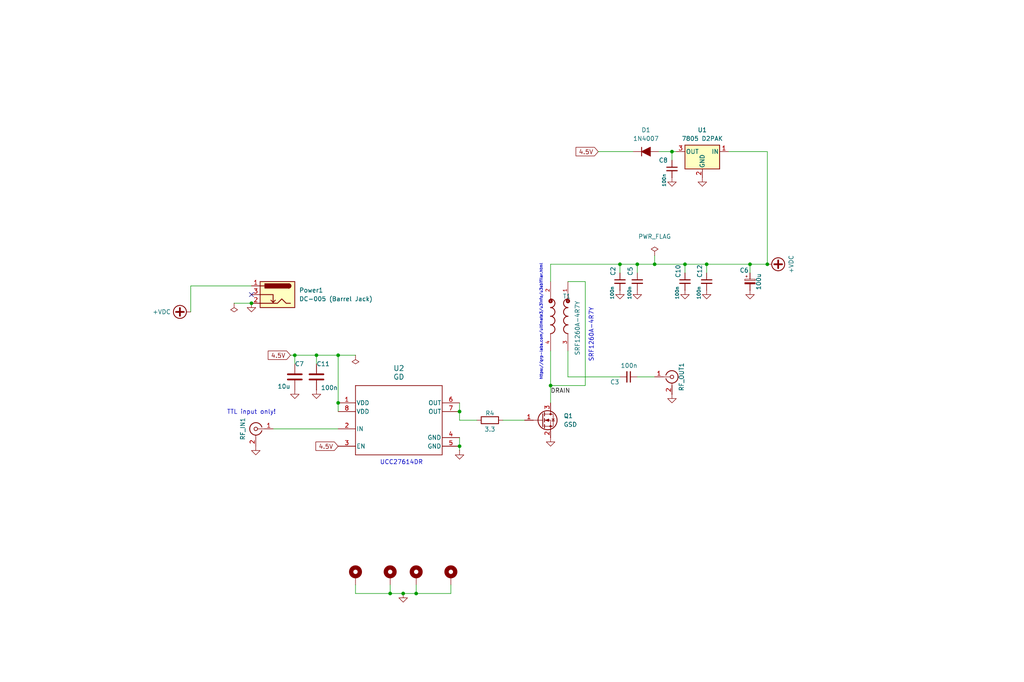
<source format=kicad_sch>
(kicad_sch (version 20250114) (generator "eeschema") (generator_version "9.0")
  (paper "User" 299.999 200)
  (title_block (title "GSD Single-Ended Hack Amp (SMD)") (date "2025-03-20") (rev "v1.01") (company "Author: Dhiru Kholia (VU3CER), Rafał Rozestwiński, Brad (K1TE)"))
  (lib_symbols
    (symbol "2025-01-15_05-21-49:UCC27614DR" (pin_names (offset 0.254))
      (property "Reference" "U2" (at 17.78 10.16 0))
      (property "Value" "UCC27614DR" (at 17.78 7.62 0))
      (symbol "UCC27614DR_0_1"
        (polyline (pts (xy 5.08 5.08) (xy 5.08 -15.24)) (stroke (width 0.2032)))
        (polyline (pts (xy 5.08 -15.24) (xy 30.48 -15.24)) (stroke (width 0.2032)))
        (polyline (pts (xy 30.48 5.08) (xy 5.08 5.08)) (stroke (width 0.2032)))
        (polyline (pts (xy 30.48 -15.24) (xy 30.48 5.08)) (stroke (width 0.2032)))
        (pin power_in line (at 0 0 0) (length 5.08) (name "VDD") (number "1"))
        (pin power_in line (at 0 -2.54 0) (length 5.08) (name "VDD") (number "8"))
        (pin input line (at 0 -7.62 0) (length 5.08) (name "IN") (number "2"))
        (pin input line (at 0 -12.7 0) (length 5.08) (name "EN") (number "3"))
        (pin power_in line (at 35.56 -10.16 180) (length 5.08) (name "GND") (number "4"))
        (pin power_in line (at 35.56 -12.7 180) (length 5.08) (name "GND") (number "5"))
      )
      (symbol "UCC27614DR_1_1"
        (pin passive line (at 35.56 0 180) (length 5.08) (name "OUT") (number "6"))
        (pin passive line (at 35.56 -2.54 180) (length 5.08) (name "OUT") (number "7"))
      )
    )
    (symbol "Conn_Coaxial_1" (pin_names (offset 1.016) (hide yes))
      (property "Reference" "J" (at 0.254 3.048 0))
      (property "Value" "Conn_Coaxial" (at 2.921 0 90))
      (symbol "Conn_Coaxial_1_0_1"
        (polyline (pts (xy -2.54 0) (xy -0.508 0)))
        (arc (start 1.778 0) (mid 0.222 -1.8079) (end -1.778 -0.508) (stroke (width 0.254)))
        (arc (start -1.778 0.508) (mid 0.2221 1.8084) (end 1.778 0) (stroke (width 0.254)))
        (circle (center 0 0) (radius 0.508) (stroke (width 0.2032)))
        (polyline (pts (xy 0 -2.54) (xy 0 -1.778)))
      )
      (symbol "Conn_Coaxial_1_1_1"
        (pin passive line (at -5.08 0 0) (length 2.54) (name "In") (number "1"))
        (pin passive line (at 0 -5.08 90) (length 2.54) (name "Ext") (number "2"))
      )
    )
    (symbol "Connector:Barrel_Jack_Switch" (pin_names (hide yes))
      (property "Reference" "J" (at 0 5.334 0))
      (property "Value" "Barrel_Jack_Switch" (at 0 -5.08 0))
      (symbol "Barrel_Jack_Switch_0_1"
        (rectangle (start -5.08 3.81) (end 5.08 -3.81) (stroke (width 0.254)) (fill (type background)))
        (polyline (pts (xy -3.81 -2.54) (xy -2.54 -2.54) (xy -1.27 -1.27) (xy 0 -2.54) (xy 2.54 -2.54) (xy 5.08 -2.54)) (stroke (width 0.254)))
        (arc (start -3.302 1.905) (mid -3.9343 2.54) (end -3.302 3.175) (stroke (width 0.254)))
        (arc (start -3.302 1.905) (mid -3.9343 2.54) (end -3.302 3.175) (stroke (width 0.254)) (fill (type outline)))
        (polyline (pts (xy 1.27 -2.286) (xy 1.905 -1.651)) (stroke (width 0.254)))
        (rectangle (start 3.683 3.175) (end -3.302 1.905) (stroke (width 0.254)) (fill (type outline)))
        (polyline (pts (xy 5.08 2.54) (xy 3.81 2.54)) (stroke (width 0.254)))
        (polyline (pts (xy 5.08 0) (xy 1.27 0) (xy 1.27 -2.286) (xy 0.635 -1.651)) (stroke (width 0.254)))
      )
      (symbol "Barrel_Jack_Switch_1_1"
        (pin passive line (at 7.62 2.54 180) (length 2.54) (name "~") (number "1"))
        (pin passive line (at 7.62 0 180) (length 2.54) (name "~") (number "3"))
        (pin passive line (at 7.62 -2.54 180) (length 2.54) (name "~") (number "2"))
      )
    )
    (symbol "Connector:Conn_Coaxial" (pin_names (offset 1.016) (hide yes))
      (property "Reference" "J" (at 0.254 3.048 0))
      (property "Value" "Conn_Coaxial" (at 2.921 0 90))
      (symbol "Conn_Coaxial_0_1"
        (polyline (pts (xy -2.54 0) (xy -0.508 0)))
        (arc (start 1.778 0) (mid 0.222 -1.8079) (end -1.778 -0.508) (stroke (width 0.254)))
        (arc (start -1.778 0.508) (mid 0.2221 1.8084) (end 1.778 0) (stroke (width 0.254)))
        (circle (center 0 0) (radius 0.508) (stroke (width 0.2032)))
        (polyline (pts (xy 0 -2.54) (xy 0 -1.778)))
      )
      (symbol "Conn_Coaxial_1_1"
        (pin passive line (at -5.08 0 0) (length 2.54) (name "In") (number "1"))
        (pin passive line (at 0 -5.08 90) (length 2.54) (name "Ext") (number "2"))
      )
    )
    (symbol "Device:C" (pin_numbers (hide yes)) (pin_names (offset 0.254))
      (property "Reference" "C" (at 0.635 2.54 0))
      (property "Value" "C" (at 0.635 -2.54 0))
      (symbol "C_0_1"
        (polyline (pts (xy -2.032 0.762) (xy 2.032 0.762)) (stroke (width 0.508)))
        (polyline (pts (xy -2.032 -0.762) (xy 2.032 -0.762)) (stroke (width 0.508)))
      )
      (symbol "C_1_1"
        (pin passive line (at 0 3.81 270) (length 2.794) (name "~") (number "1"))
        (pin passive line (at 0 -3.81 90) (length 2.794) (name "~") (number "2"))
      )
    )
    (symbol "Device:C_Polarized_Small" (pin_numbers (hide yes)) (pin_names (offset 0.254) (hide yes))
      (property "Reference" "C" (at 0.254 1.778 0))
      (property "Value" "C_Polarized_Small" (at 0.254 -2.032 0))
      (symbol "C_Polarized_Small_0_1"
        (rectangle (start -1.524 0.6858) (end 1.524 0.3048))
        (rectangle (start -1.524 -0.3048) (end 1.524 -0.6858) (fill (type outline)))
        (polyline (pts (xy -1.27 1.524) (xy -0.762 1.524)))
        (polyline (pts (xy -1.016 1.27) (xy -1.016 1.778)))
      )
      (symbol "C_Polarized_Small_1_1"
        (pin passive line (at 0 2.54 270) (length 1.8542) (name "~") (number "1"))
        (pin passive line (at 0 -2.54 90) (length 1.8542) (name "~") (number "2"))
      )
    )
    (symbol "Device:C_Small" (pin_numbers (hide yes)) (pin_names (offset 0.254) (hide yes))
      (property "Reference" "C" (at 0.254 1.778 0))
      (property "Value" "C_Small" (at 0.254 -2.032 0))
      (symbol "C_Small_0_1"
        (polyline (pts (xy -1.524 0.508) (xy 1.524 0.508)) (stroke (width 0.3048)))
        (polyline (pts (xy -1.524 -0.508) (xy 1.524 -0.508)) (stroke (width 0.3302)))
      )
      (symbol "C_Small_1_1"
        (pin passive line (at 0 2.54 270) (length 2.032) (name "~") (number "1"))
        (pin passive line (at 0 -2.54 90) (length 2.032) (name "~") (number "2"))
      )
    )
    (symbol "Device:R" (pin_numbers (hide yes)) (pin_names (offset 0))
      (property "Reference" "R" (at 2.032 0 90))
      (property "Value" "R" (at 0 0 90))
      (symbol "R_0_1"
        (rectangle (start -1.016 -2.54) (end 1.016 2.54) (stroke (width 0.254)))
      )
      (symbol "R_1_1"
        (pin passive line (at 0 3.81 270) (length 1.27) (name "~") (number "1"))
        (pin passive line (at 0 -3.81 90) (length 1.27) (name "~") (number "2"))
      )
    )
    (symbol "Mechanical:MountingHole_Pad" (pin_numbers (hide yes)) (pin_names (offset 1.016) (hide yes))
      (property "Reference" "H" (at 0 6.35 0))
      (property "Value" "MountingHole_Pad" (at 0 4.445 0))
      (symbol "MountingHole_Pad_0_1"
        (circle (center 0 1.27) (radius 1.27) (stroke (width 1.27)))
      )
      (symbol "MountingHole_Pad_1_1"
        (pin input line (at 0 -2.54 90) (length 2.54) (name "1") (number "1"))
      )
    )
    (symbol "PCM_Diode_AKL:1N4007" (pin_numbers (hide yes)) (pin_names (offset 1.016) (hide yes))
      (property "Reference" "D" (at 0 5.08 0))
      (property "Value" "1N4007" (at 0 2.54 0))
      (symbol "1N4007_0_1"
        (polyline (pts (xy -1.27 1.27) (xy -1.27 -1.27) (xy 1.27 0) (xy -1.27 1.27)) (stroke (width 0.254)) (fill (type outline)))
        (polyline (pts (xy -1.27 0) (xy 1.27 0)))
        (polyline (pts (xy 1.27 1.27) (xy 1.27 -1.27)) (stroke (width 0.254)))
      )
      (symbol "1N4007_0_2"
        (polyline (pts (xy -2.54 -2.54) (xy 2.54 2.54)))
        (polyline (pts (xy -0.889 -0.889) (xy -1.778 0) (xy 0.889 0.889) (xy 0 -1.778) (xy -0.889 -0.889)) (stroke (width 0.254)) (fill (type outline)))
        (polyline (pts (xy 0 1.778) (xy 1.778 0)) (stroke (width 0.254)))
      )
      (symbol "1N4007_1_1"
        (pin passive line (at -3.81 0 0) (length 2.54) (name "A") (number "2"))
        (pin passive line (at 3.81 0 180) (length 2.54) (name "K") (number "1"))
      )
      (symbol "1N4007_1_2"
        (pin passive line (at -2.54 -2.54 0) (length 0) (name "A") (number "2"))
        (pin passive line (at 2.54 2.54 180) (length 0) (name "K") (number "1"))
      )
    )
    (symbol "Regulator_Linear:L7812" (pin_names (offset 0.254))
      (property "Reference" "U" (at -3.81 3.175 0))
      (property "Value" "L7812" (at 0 3.175 0))
      (symbol "L7812_0_1"
        (rectangle (start -5.08 1.905) (end 5.08 -5.08) (stroke (width 0.254)) (fill (type background)))
      )
      (symbol "L7812_1_1"
        (pin power_in line (at -7.62 0 0) (length 2.54) (name "IN") (number "1"))
        (pin power_in line (at 0 -7.62 90) (length 2.54) (name "GND") (number "2"))
        (pin power_out line (at 7.62 0 180) (length 2.54) (name "OUT") (number "3"))
      )
    )
    (symbol "SRF1260A-4R7Y:SRF1260A-4R7Y" (pin_names (offset 1.016))
      (property "Reference" "L" (at -7.631 5.0873 0))
      (property "Value" "SRF1260A-4R7Y" (at -7.6349 -7.6349 0))
      (symbol "SRF1260A-4R7Y_0_0"
        (circle (center -4.445 2.54) (radius 0.127) (stroke (width 0.508)))
        (circle (center -4.445 -2.54) (radius 0.127) (stroke (width 0.508)))
        (arc (start -2.54 2.54) (mid -3.81 1.2755) (end -5.08 2.54) (stroke (width 0.254)))
        (arc (start -5.08 -2.54) (mid -3.81 -1.2755) (end -2.54 -2.54) (stroke (width 0.254)))
        (arc (start 0 2.54) (mid -1.27 1.2755) (end -2.54 2.54) (stroke (width 0.254)))
        (arc (start -2.54 -2.54) (mid -1.27 -1.2755) (end 0 -2.54) (stroke (width 0.254)))
        (arc (start 2.54 2.54) (mid 1.27 1.2755) (end 0 2.54) (stroke (width 0.254)))
        (arc (start 0 -2.54) (mid 1.27 -1.2755) (end 2.54 -2.54) (stroke (width 0.254)))
        (arc (start 5.08 2.54) (mid 3.81 1.2755) (end 2.54 2.54) (stroke (width 0.254)))
        (arc (start 2.54 -2.54) (mid 3.81 -1.2755) (end 5.08 -2.54) (stroke (width 0.254)))
        (pin passive line (at -10.16 2.54 0) (length 5.08) (name "~") (number "1"))
        (pin passive line (at -10.16 -2.54 0) (length 5.08) (name "~") (number "2"))
        (pin passive line (at 10.16 2.54 180) (length 5.08) (name "~") (number "3"))
        (pin passive line (at 10.16 -2.54 180) (length 5.08) (name "~") (number "4"))
      )
    )
    (symbol "Transistor_FET:Q_NMOS_GSD" (pin_names (offset 0) (hide yes))
      (property "Reference" "Q" (at 5.08 1.905 0))
      (property "Value" "Q_NMOS_GSD" (at 5.08 0 0))
      (symbol "Q_NMOS_GSD_0_1"
        (polyline (pts (xy 0.254 1.905) (xy 0.254 -1.905)) (stroke (width 0.254)))
        (polyline (pts (xy 0.254 0) (xy -2.54 0)))
        (polyline (pts (xy 0.762 2.286) (xy 0.762 1.27)) (stroke (width 0.254)))
        (polyline (pts (xy 0.762 0.508) (xy 0.762 -0.508)) (stroke (width 0.254)))
        (polyline (pts (xy 0.762 -1.27) (xy 0.762 -2.286)) (stroke (width 0.254)))
        (polyline (pts (xy 0.762 -1.778) (xy 3.302 -1.778) (xy 3.302 1.778) (xy 0.762 1.778)))
        (polyline (pts (xy 1.016 0) (xy 2.032 0.381) (xy 2.032 -0.381) (xy 1.016 0)) (fill (type outline)))
        (circle (center 1.651 0) (radius 2.794) (stroke (width 0.254)))
        (polyline (pts (xy 2.54 2.54) (xy 2.54 1.778)))
        (circle (center 2.54 1.778) (radius 0.254) (fill (type outline)))
        (circle (center 2.54 -1.778) (radius 0.254) (fill (type outline)))
        (polyline (pts (xy 2.54 -2.54) (xy 2.54 0) (xy 0.762 0)))
        (polyline (pts (xy 2.921 0.381) (xy 3.683 0.381)))
        (polyline (pts (xy 3.302 0.381) (xy 2.921 -0.254) (xy 3.683 -0.254) (xy 3.302 0.381)))
      )
      (symbol "Q_NMOS_GSD_1_1"
        (pin input line (at -5.08 0 0) (length 2.54) (name "G") (number "1"))
        (pin passive line (at 2.54 5.08 270) (length 2.54) (name "D") (number "3"))
        (pin passive line (at 2.54 -5.08 90) (length 2.54) (name "S") (number "2"))
      )
    )
    (symbol "power:+VDC" (power) (pin_numbers (hide yes)) (pin_names (offset 0) (hide yes))
      (property "Value" "+VDC" (at 0 6.35 0))
      (symbol "+VDC_0_1"
        (polyline (pts (xy -1.143 3.175) (xy 1.143 3.175)) (stroke (width 0.508)))
        (circle (center 0 3.175) (radius 1.905) (stroke (width 0.254)))
        (polyline (pts (xy 0 2.032) (xy 0 4.318)) (stroke (width 0.508)))
        (polyline (pts (xy 0 0) (xy 0 1.27)))
      )
      (symbol "+VDC_1_1"
        (pin power_in line (at 0 0 90) (length 0) (name "~") (number "1"))
      )
    )
    (symbol "power:GND" (power) (pin_numbers (hide yes)) (pin_names (offset 0) (hide yes))
      (property "Value" "GND" (at 0 -3.81 0))
      (symbol "GND_0_1"
        (polyline (pts (xy 0 0) (xy 0 -1.27) (xy 1.27 -1.27) (xy 0 -2.54) (xy -1.27 -1.27) (xy 0 -1.27)))
      )
      (symbol "GND_1_1"
        (pin power_in line (at 0 0 270) (length 0) (name "~") (number "1"))
      )
    )
    (symbol "power:PWR_FLAG" (power) (pin_numbers (hide yes)) (pin_names (offset 0) (hide yes))
      (property "Value" "PWR_FLAG" (at 0 3.81 0))
      (symbol "PWR_FLAG_0_0"
        (pin power_out line (at 0 0 90) (length 0) (name "~") (number "1"))
      )
      (symbol "PWR_FLAG_0_1"
        (polyline (pts (xy 0 0) (xy 0 1.27) (xy -1.016 1.905) (xy 0 2.54) (xy 1.016 1.905) (xy 0 1.27)))
      )
    )
  )
  (text "https://qrp-labs.com/ultimate3/u3info/u3sbifilar.html" (at 159.004 111.506 90) (effects (font (size 0.8 0.8)) (justify left bottom)))
  (text "SRF1260A-4R7Y" (at 173.99 106.172 90) (effects (font (size 1.27 1.27)) (justify left bottom)))
  (text "TTL input only!" (at 73.66 120.904 0) (effects (font (size 1.27 1.27))))
  (text "UCC27614DR" (at 117.602 135.636 0) (effects (font (size 1.27 1.27))))
  (junction (at 92.71 104.14))
  (junction (at 99.06 104.14))
  (junction (at 200.66 77.47))
  (junction (at 73.66 88.9))
  (junction (at 134.62 120.65))
  (junction (at 186.69 77.47))
  (junction (at 114.3 173.99))
  (junction (at 134.62 130.81))
  (junction (at 121.92 173.99))
  (junction (at 181.61 77.47))
  (junction (at 99.06 118.11))
  (junction (at 161.29 113.03))
  (junction (at 219.71 77.47))
  (junction (at 118.11 173.99))
  (junction (at 191.77 77.47))
  (junction (at 207.01 77.47))
  (junction (at 196.85 44.45))
  (junction (at 86.36 104.14))
  (junction (at 224.79 77.47))
  (no_connect (at 73.66 86.36))
  (wire (pts (xy 186.69 77.47) (xy 191.77 77.47)))
  (wire (pts (xy 175.26 44.45) (xy 185.42 44.45)))
  (wire (pts (xy 132.08 173.99) (xy 132.08 171.45)))
  (wire (pts (xy 86.36 104.14) (xy 92.71 104.14)))
  (wire (pts (xy 92.71 104.14) (xy 92.71 106.68)))
  (wire (pts (xy 166.37 102.87) (xy 166.37 110.49)))
  (wire (pts (xy 181.61 77.47) (xy 186.69 77.47)))
  (wire (pts (xy 55.88 83.82) (xy 55.88 91.44)))
  (wire (pts (xy 224.79 44.45) (xy 224.79 77.47)))
  (wire (pts (xy 86.36 104.14) (xy 86.36 106.68)))
  (wire (pts (xy 55.88 83.82) (xy 73.66 83.82)))
  (wire (pts (xy 186.69 110.49) (xy 191.77 110.49)))
  (wire (pts (xy 200.66 77.47) (xy 200.66 80.01)))
  (wire (pts (xy 85.09 104.14) (xy 86.36 104.14)))
  (wire (pts (xy 80.01 125.73) (xy 99.06 125.73)))
  (wire (pts (xy 99.06 104.14) (xy 99.06 118.11)))
  (wire (pts (xy 104.14 173.99) (xy 114.3 173.99)))
  (wire (pts (xy 193.04 44.45) (xy 196.85 44.45)))
  (wire (pts (xy 134.62 130.81) (xy 134.62 132.08)))
  (wire (pts (xy 219.71 77.47) (xy 219.71 80.01)))
  (wire (pts (xy 191.77 77.47) (xy 200.66 77.47)))
  (wire (pts (xy 186.69 77.47) (xy 186.69 80.01)))
  (wire (pts (xy 166.37 110.49) (xy 181.61 110.49)))
  (wire (pts (xy 114.3 171.45) (xy 114.3 173.99)))
  (wire (pts (xy 207.01 77.47) (xy 219.71 77.47)))
  (wire (pts (xy 166.37 82.55) (xy 171.45 82.55)))
  (wire (pts (xy 134.62 123.19) (xy 134.62 120.65)))
  (wire (pts (xy 196.85 44.45) (xy 198.12 44.45)))
  (wire (pts (xy 161.29 102.87) (xy 161.29 113.03)))
  (wire (pts (xy 104.14 171.45) (xy 104.14 173.99)))
  (wire (pts (xy 161.29 113.03) (xy 171.45 113.03)))
  (wire (pts (xy 207.01 77.47) (xy 207.01 80.01)))
  (wire (pts (xy 134.62 123.19) (xy 139.7 123.19)))
  (wire (pts (xy 92.71 104.14) (xy 99.06 104.14)))
  (wire (pts (xy 161.29 113.03) (xy 161.29 118.11)))
  (wire (pts (xy 68.58 88.9) (xy 73.66 88.9)))
  (wire (pts (xy 196.85 44.45) (xy 196.85 46.99)))
  (wire (pts (xy 118.11 173.99) (xy 121.92 173.99)))
  (wire (pts (xy 121.92 173.99) (xy 132.08 173.99)))
  (wire (pts (xy 191.77 74.93) (xy 191.77 77.47)))
  (wire (pts (xy 161.29 77.47) (xy 181.61 77.47)))
  (wire (pts (xy 134.62 128.27) (xy 134.62 130.81)))
  (wire (pts (xy 134.62 118.11) (xy 134.62 120.65)))
  (wire (pts (xy 181.61 77.47) (xy 181.61 80.01)))
  (wire (pts (xy 147.32 123.19) (xy 153.67 123.19)))
  (wire (pts (xy 219.71 77.47) (xy 224.79 77.47)))
  (wire (pts (xy 99.06 118.11) (xy 99.06 120.65)))
  (wire (pts (xy 114.3 173.99) (xy 118.11 173.99)))
  (wire (pts (xy 200.66 77.47) (xy 207.01 77.47)))
  (wire (pts (xy 161.29 82.55) (xy 161.29 77.47)))
  (wire (pts (xy 171.45 82.55) (xy 171.45 113.03)))
  (wire (pts (xy 213.36 44.45) (xy 224.79 44.45)))
  (wire (pts (xy 99.06 104.14) (xy 104.14 104.14)))
  (wire (pts (xy 121.92 171.45) (xy 121.92 173.99)))
  (label "DRAIN" (at 161.29 115.57 0))
  (global_label "4.5V" (shape input) (at 99.06 130.81 180) (property "Intersheetrefs" "${INTERSHEET_REFS}" (effects (hide yes))))
  (global_label "4.5V" (shape input) (at 85.09 104.14 180) (property "Intersheetrefs" "${INTERSHEET_REFS}" (effects (hide yes))))
  (global_label "4.5V" (shape input) (at 175.26 44.45 180) (property "Intersheetrefs" "${INTERSHEET_REFS}" (effects (hide yes))))
  (symbol (lib_id "power:+VDC") (at 55.88 91.44 90) (unit 1)
    (property "Reference" "#PWR0110" (effects (hide yes)))
    (property "Value" "+VDC" (at 50.0634 91.44 90) (effects (justify left)))
    (property "Description" "Power symbol creates a global label with name \"+VDC\"" (effects (hide yes)))
  )
  (symbol (lib_id "power:GND") (at 186.69 85.09 0) (unit 1)
    (property "Reference" "#PWR012" (effects (hide yes)))
    (property "Value" "GND" (effects (hide yes)))
  )
  (symbol (lib_id "Device:R") (at 143.51 123.19 90) (unit 1)
    (property "Reference" "R4" (at 143.51 121.158 90))
    (property "Value" "3.3" (at 143.51 125.857 90))
    (property "Footprint" "Resistor_SMD:R_1206_3216Metric_Pad1.30x1.75mm_HandSolder" (effects (hide yes)))
    (property "LCSC Part" "C17900" (effects (hide yes)))
  )
  (symbol (lib_id "power:PWR_FLAG") (at 104.14 104.14 180) (unit 1)
    (property "Reference" "#FLG04" (effects (hide yes)))
    (property "Value" "PWR_FLAG" (effects (hide yes)))
    (property "Description" "Special symbol for telling ERC where power comes from" (effects (hide yes)))
  )
  (symbol (lib_id "power:GND") (at 181.61 85.09 0) (unit 1)
    (property "Reference" "#PWR05" (effects (hide yes)))
    (property "Value" "GND" (effects (hide yes)))
  )
  (symbol (lib_id "power:+VDC") (at 224.79 77.47 270) (unit 1)
    (property "Reference" "#PWR018" (effects (hide yes)))
    (property "Value" "+VDC" (at 231.775 77.47 0))
    (property "Description" "Power symbol creates a global label with name \"+VDC\"" (effects (hide yes)))
  )
  (symbol (lib_id "Device:C_Small") (at 181.61 82.55 0) (unit 1)
    (property "Reference" "C2" (at 179.578 79.502 90))
    (property "Value" "100n" (at 179.324 85.852 90) (effects (font (size 0.9906 0.9906))))
    (property "Footprint" "Capacitor_SMD:C_1206_3216Metric_Pad1.33x1.80mm_HandSolder" (effects (hide yes)))
    (property "LCSC Part" "C24783" (effects (hide yes)))
  )
  (symbol (lib_id "power:GND") (at 207.01 85.09 0) (unit 1)
    (property "Reference" "#PWR017" (effects (hide yes)))
    (property "Value" "GND" (effects (hide yes)))
  )
  (symbol (lib_id "power:GND") (at 196.85 52.07 0) (unit 1)
    (property "Reference" "#PWR07" (effects (hide yes)))
    (property "Value" "GND" (effects (hide yes)))
    (property "Description" "Power symbol creates a global label with name \"GND\" , ground" (effects (hide yes)))
  )
  (symbol (lib_id "Regulator_Linear:L7812") (at 205.74 44.45 0) (mirror y) (unit 1)
    (property "Reference" "U1" (at 205.74 38.1 0))
    (property "Value" "7805 D2PAK" (at 205.74 40.64 0))
    (property "Footprint" "footprints:TO-263-2-bigger" (effects (hide yes)))
    (property "Datasheet" "http://www.st.com/content/ccc/resource/technical/document/datasheet/41/4f/b3/b0/12/d4/47/88/CD00000444.pdf/files/CD00000444.pdf/jcr:content/translations/en.CD00000444.pdf" (effects (hide yes)))
    (property "Description" "Positive 1.5A 35V Linear Regulator, Fixed Output 12V, TO-220/TO-263/TO-252" (effects (hide yes)))
    (property "LCSC Part" "C54614" (effects (hide yes)))
  )
  (symbol (lib_id "power:GND") (at 196.85 115.57 0) (mirror y) (unit 1)
    (property "Reference" "#PWR04" (effects (hide yes)))
    (property "Value" "GND" (effects (hide yes)))
    (property "Description" "Power symbol creates a global label with name \"GND\" , ground" (effects (hide yes)))
  )
  (symbol (lib_id "power:GND") (at 73.66 88.9 0) (unit 1)
    (property "Reference" "#PWR019" (effects (hide yes)))
    (property "Value" "GND" (effects (hide yes)))
    (property "Description" "Power symbol creates a global label with name \"GND\" , ground" (effects (hide yes)))
  )
  (symbol (lib_name "Conn_Coaxial_1") (lib_id "Connector:Conn_Coaxial") (at 196.85 110.49 0) (unit 1)
    (property "Reference" "RF_OUT1" (at 199.644 110.49 90))
    (property "Value" "SMA" (effects (hide yes)))
    (property "Footprint" "Connector_Coaxial:SMA_Samtec_SMA-J-P-H-ST-EM1_EdgeMount" (effects (hide yes)))
    (property "Description" "coaxial connector (BNC, SMA, SMB, SMC, Cinch/RCA, LEMO, ...)" (effects (hide yes)))
  )
  (symbol (lib_id "power:GND") (at 134.62 132.08 0) (unit 1)
    (property "Reference" "#PWR023" (effects (hide yes)))
    (property "Value" "GND" (effects (hide yes)))
    (property "Description" "Power symbol creates a global label with name \"GND\" , ground" (effects (hide yes)))
  )
  (symbol (lib_id "Device:C") (at 92.71 110.49 0) (unit 1)
    (property "Reference" "C11" (at 92.71 106.68 0) (effects (justify left)))
    (property "Value" "100n" (at 93.98 113.665 0) (effects (justify left)))
    (property "Footprint" "Capacitor_SMD:C_1206_3216Metric_Pad1.33x1.80mm_HandSolder" (effects (hide yes)))
    (property "LCSC Part" "C13585" (effects (hide yes)))
  )
  (symbol (lib_id "power:GND") (at 74.93 130.81 0) (unit 1)
    (property "Reference" "#PWR08" (effects (hide yes)))
    (property "Value" "GND" (effects (hide yes)))
    (property "Description" "Power symbol creates a global label with name \"GND\" , ground" (effects (hide yes)))
  )
  (symbol (lib_id "Connector:Conn_Coaxial") (at 74.93 125.73 0) (mirror y) (unit 1)
    (property "Reference" "RF_IN1" (at 71.12 125.73 90))
    (property "Value" "SMA" (effects (hide yes)))
    (property "Footprint" "Connector_Coaxial:SMA_Samtec_SMA-J-P-H-ST-EM1_EdgeMount" (effects (hide yes)))
    (property "Description" "coaxial connector (BNC, SMA, SMB, SMC, Cinch/RCA, LEMO, ...)" (effects (hide yes)))
  )
  (symbol (lib_id "power:GND") (at 86.36 114.3 0) (unit 1)
    (property "Reference" "#PWR020" (effects (hide yes)))
    (property "Value" "GND" (effects (hide yes)))
    (property "Description" "Power symbol creates a global label with name \"GND\" , ground" (effects (hide yes)))
  )
  (symbol (lib_id "Transistor_FET:Q_NMOS_GSD") (at 158.75 123.19 0) (unit 1)
    (property "Reference" "Q1" (at 165.1 121.9199 0) (effects (justify left)))
    (property "Value" "GSD" (at 165.1 124.4599 0) (effects (justify left)))
    (property "Footprint" "footprints:TO-220-3_Horizontal_TabDown" (effects (hide yes)))
    (property "Description" "N-MOSFET transistor, gate/source/drain" (effects (hide yes)))
  )
  (symbol (lib_id "Mechanical:MountingHole_Pad") (at 121.92 168.91 0) (unit 1)
    (property "Reference" "H3" (effects (hide yes)))
    (property "Value" "MountingHole_Pad" (effects (hide yes)))
    (property "Footprint" "MountingHole:MountingHole_3.2mm_M3_Pad_Via" (effects (hide yes)))
  )
  (symbol (lib_id "2025-01-15_05-21-49:UCC27614DR") (at 99.06 118.11 0) (unit 1)
    (property "Reference" "U2" (at 116.84 107.95 0) (effects (font (size 1.524 1.524))))
    (property "Value" "GD" (at 116.84 110.49 0) (effects (font (size 1.524 1.524))))
    (property "Footprint" "Package_SO:SOIC-8_3.9x4.9mm_P1.27mm" (effects (hide yes)))
    (property "Datasheet" "UCC27614DR" (effects (hide yes)))
  )
  (symbol (lib_id "Device:C_Polarized_Small") (at 219.71 82.55 0) (unit 1)
    (property "Reference" "C6" (at 216.662 79.248 0) (effects (justify left)))
    (property "Value" "100u" (at 222.25 85.09 90) (effects (justify left)))
    (property "Footprint" "Capacitor_THT:CP_Radial_D8.0mm_P5.00mm" (effects (hide yes)))
  )
  (symbol (lib_id "Mechanical:MountingHole_Pad") (at 114.3 168.91 0) (unit 1)
    (property "Reference" "H2" (effects (hide yes)))
    (property "Value" "MountingHole_Pad" (effects (hide yes)))
    (property "Footprint" "MountingHole:MountingHole_3.2mm_M3_Pad_Via" (effects (hide yes)))
  )
  (symbol (lib_id "power:PWR_FLAG") (at 191.77 74.93 0) (unit 1)
    (property "Reference" "#FLG01" (effects (hide yes)))
    (property "Value" "PWR_FLAG" (at 191.77 69.342 0))
  )
  (symbol (lib_id "Device:C_Small") (at 184.15 110.49 270) (unit 1)
    (property "Reference" "C3" (at 180.086 112.014 90))
    (property "Value" "100n" (at 184.277 107.188 90))
    (property "Footprint" "Capacitor_SMD:C_1206_3216Metric_Pad1.33x1.80mm_HandSolder" (effects (hide yes)))
    (property "LCSC Part" "C110255" (effects (hide yes)))
  )
  (symbol (lib_id "power:GND") (at 92.71 114.3 0) (unit 1)
    (property "Reference" "#PWR022" (effects (hide yes)))
    (property "Value" "GND" (effects (hide yes)))
    (property "Description" "Power symbol creates a global label with name \"GND\" , ground" (effects (hide yes)))
  )
  (symbol (lib_id "power:GND") (at 200.66 85.09 0) (unit 1)
    (property "Reference" "#PWR014" (effects (hide yes)))
    (property "Value" "GND" (effects (hide yes)))
  )
  (symbol (lib_id "SRF1260A-4R7Y:SRF1260A-4R7Y") (at 163.83 92.71 270) (unit 1)
    (property "Reference" "T1" (at 164.846 86.868 90) (effects (justify left)))
    (property "Value" "SRF1260A-4R7Y" (at 169.164 88.138 0) (effects (justify left)))
    (property "Footprint" "footprints:IND_SRF1260A-4R7Y-Longer-Pads" (effects (hide yes)))
    (property "MF" "Bourns" (effects (hide yes)))
    (property "MOUSER-PURCHASE-URL" "https://snapeda.com/shop?store=Mouser&id=1533338" (effects (hide yes)))
    (property "DESCRIPTION" "Shielded 2 Coil Inductor Array 27.2µH Inductance - Connected in Series 6.8µH Inductance - Connected in Parallel 18.6mOhm Max DC Resistance (DCR) - Parallel 6.64A Nonstandard" (effects (hide yes)))
    (property "PACKAGE" "Nonstandard Bourns" (effects (hide yes)))
    (property "PRICE" "None" (effects (hide yes)))
    (property "MP" "SRF1260A-6R8Y" (effects (hide yes)))
    (property "AVAILABILITY" "Warning" (effects (hide yes)))
    (property "LCSC Part" "C3273481" (effects (hide yes)))
  )
  (symbol (lib_id "power:GND") (at 118.11 173.99 0) (unit 1)
    (property "Reference" "#PWR01" (effects (hide yes)))
    (property "Value" "GND" (effects (hide yes)))
    (property "Description" "Power symbol creates a global label with name \"GND\" , ground" (effects (hide yes)))
  )
  (symbol (lib_id "power:PWR_FLAG") (at 68.58 88.9 180) (unit 1)
    (property "Reference" "#FLG03" (effects (hide yes)))
    (property "Value" "PWR_FLAG" (effects (hide yes)))
    (property "Description" "Special symbol for telling ERC where power comes from" (effects (hide yes)))
  )
  (symbol (lib_id "power:GND") (at 161.29 128.27 0) (unit 1)
    (property "Reference" "#PWR015" (effects (hide yes)))
    (property "Value" "GND" (effects (hide yes)))
    (property "Description" "Power symbol creates a global label with name \"GND\" , ground" (effects (hide yes)))
  )
  (symbol (lib_id "power:GND") (at 219.71 85.09 0) (unit 1)
    (property "Reference" "#PWR013" (effects (hide yes)))
    (property "Value" "GND" (effects (hide yes)))
  )
  (symbol (lib_id "Device:C") (at 86.36 110.49 0) (unit 1)
    (property "Reference" "C7" (at 86.36 106.68 0) (effects (justify left)))
    (property "Value" "10u" (at 81.28 113.284 0) (effects (justify left)))
    (property "Footprint" "Capacitor_SMD:C_1206_3216Metric_Pad1.33x1.80mm_HandSolder" (effects (hide yes)))
    (property "LCSC Part" "C110255" (effects (hide yes)))
  )
  (symbol (lib_id "Mechanical:MountingHole_Pad") (at 132.08 168.91 0) (mirror y) (unit 1)
    (property "Reference" "H4" (effects (hide yes)))
    (property "Value" "MountingHole_Pad" (effects (hide yes)))
    (property "Footprint" "MountingHole:MountingHole_3.2mm_M3_Pad_Via" (effects (hide yes)))
  )
  (symbol (lib_id "Connector:Barrel_Jack_Switch") (at 81.28 86.36 0) (mirror y) (unit 1)
    (property "Reference" "Power1" (at 87.63 85.0899 0) (effects (justify right)))
    (property "Value" "DC-005 (Barrel Jack)" (at 87.63 87.6299 0) (effects (justify right)))
    (property "Footprint" "footprints:XKB_DC-005-5A-2.0_Modded" (effects (hide yes)))
  )
  (symbol (lib_id "power:GND") (at 205.74 52.07 0) (unit 1)
    (property "Reference" "#PWR06" (effects (hide yes)))
    (property "Value" "GND" (effects (hide yes)))
    (property "Description" "Power symbol creates a global label with name \"GND\" , ground" (effects (hide yes)))
  )
  (symbol (lib_id "Device:C_Small") (at 196.85 49.53 0) (unit 1)
    (property "Reference" "C8" (at 194.31 46.99 0))
    (property "Value" "100n" (at 194.564 52.832 90) (effects (font (size 0.9906 0.9906))))
    (property "Footprint" "Capacitor_SMD:C_1206_3216Metric_Pad1.33x1.80mm_HandSolder" (effects (hide yes)))
    (property "LCSC Part" "C110255" (effects (hide yes)))
  )
  (symbol (lib_id "Device:C_Small") (at 186.69 82.55 0) (unit 1)
    (property "Reference" "C5" (at 184.658 79.502 90))
    (property "Value" "100n" (at 184.404 85.852 90) (effects (font (size 0.9906 0.9906))))
    (property "Footprint" "Capacitor_SMD:C_1206_3216Metric_Pad1.33x1.80mm_HandSolder" (effects (hide yes)))
    (property "LCSC Part" "C55077" (effects (hide yes)))
  )
  (symbol (lib_id "Device:C_Small") (at 207.01 82.55 0) (unit 1)
    (property "Reference" "C12" (at 204.978 79.502 90))
    (property "Value" "100n" (at 204.724 85.852 90) (effects (font (size 0.9906 0.9906))))
    (property "Footprint" "Capacitor_SMD:C_1206_3216Metric_Pad1.33x1.80mm_HandSolder" (effects (hide yes)))
    (property "LCSC Part" "C55077" (effects (hide yes)))
  )
  (symbol (lib_id "Mechanical:MountingHole_Pad") (at 104.14 168.91 0) (unit 1)
    (property "Reference" "H1" (effects (hide yes)))
    (property "Value" "MountingHole_Pad" (effects (hide yes)))
    (property "Footprint" "MountingHole:MountingHole_3.2mm_M3_Pad_Via" (effects (hide yes)))
  )
  (symbol (lib_id "Device:C_Small") (at 200.66 82.55 0) (unit 1)
    (property "Reference" "C10" (at 198.628 79.502 90))
    (property "Value" "100n" (at 198.374 85.852 90) (effects (font (size 0.9906 0.9906))))
    (property "Footprint" "Capacitor_SMD:C_1206_3216Metric_Pad1.33x1.80mm_HandSolder" (effects (hide yes)))
    (property "LCSC Part" "C24783" (effects (hide yes)))
  )
  (symbol (lib_id "PCM_Diode_AKL:1N4007") (at 189.23 44.45 180) (unit 1)
    (property "Reference" "D1" (at 189.23 38.1 0))
    (property "Value" "1N4007" (at 189.23 40.64 0))
    (property "Footprint" "PCM_Diode_THT_AKL:D_DO-41_SOD81_P2.54mm_Vertical_KathodeUp" (effects (hide yes)))
    (property "Datasheet" "https://www.tme.eu/Document/5f8ffc5ac30fc86bac97d66040bf5502/1n400x.pdf" (effects (hide yes)))
    (property "Description" "DO-41 Diode, Rectifier, 1000V, 1A, Alternate KiCad Library" (effects (hide yes)))
  )
)
</source>
